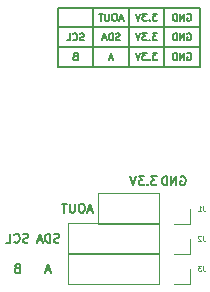
<source format=gbr>
G04 #@! TF.FileFunction,Legend,Bot*
%FSLAX46Y46*%
G04 Gerber Fmt 4.6, Leading zero omitted, Abs format (unit mm)*
G04 Created by KiCad (PCBNEW 4.0.7) date Thursday, June 14, 2018 'PMt' 12:28:10 PM*
%MOMM*%
%LPD*%
G01*
G04 APERTURE LIST*
%ADD10C,0.100000*%
%ADD11C,0.150000*%
%ADD12C,0.200000*%
%ADD13C,0.187500*%
%ADD14C,0.120000*%
G04 APERTURE END LIST*
D10*
D11*
X7214285Y-7738857D02*
X7128571Y-7767429D01*
X6985714Y-7767429D01*
X6928571Y-7738857D01*
X6900000Y-7710286D01*
X6871428Y-7653143D01*
X6871428Y-7596000D01*
X6900000Y-7538857D01*
X6928571Y-7510286D01*
X6985714Y-7481714D01*
X7100000Y-7453143D01*
X7157142Y-7424571D01*
X7185714Y-7396000D01*
X7214285Y-7338857D01*
X7214285Y-7281714D01*
X7185714Y-7224571D01*
X7157142Y-7196000D01*
X7100000Y-7167429D01*
X6957142Y-7167429D01*
X6871428Y-7196000D01*
X6271428Y-7710286D02*
X6299999Y-7738857D01*
X6385713Y-7767429D01*
X6442856Y-7767429D01*
X6528571Y-7738857D01*
X6585713Y-7681714D01*
X6614285Y-7624571D01*
X6642856Y-7510286D01*
X6642856Y-7424571D01*
X6614285Y-7310286D01*
X6585713Y-7253143D01*
X6528571Y-7196000D01*
X6442856Y-7167429D01*
X6385713Y-7167429D01*
X6299999Y-7196000D01*
X6271428Y-7224571D01*
X5728571Y-7767429D02*
X6014285Y-7767429D01*
X6014285Y-7167429D01*
X6457143Y-9113143D02*
X6371429Y-9141714D01*
X6342857Y-9170286D01*
X6314286Y-9227429D01*
X6314286Y-9313143D01*
X6342857Y-9370286D01*
X6371429Y-9398857D01*
X6428571Y-9427429D01*
X6657143Y-9427429D01*
X6657143Y-8827429D01*
X6457143Y-8827429D01*
X6400000Y-8856000D01*
X6371429Y-8884571D01*
X6342857Y-8941714D01*
X6342857Y-8998857D01*
X6371429Y-9056000D01*
X6400000Y-9084571D01*
X6457143Y-9113143D01*
X6657143Y-9113143D01*
X9642857Y-9256000D02*
X9357143Y-9256000D01*
X9700000Y-9427429D02*
X9500000Y-8827429D01*
X9300000Y-9427429D01*
X10228571Y-7738857D02*
X10142857Y-7767429D01*
X10000000Y-7767429D01*
X9942857Y-7738857D01*
X9914286Y-7710286D01*
X9885714Y-7653143D01*
X9885714Y-7596000D01*
X9914286Y-7538857D01*
X9942857Y-7510286D01*
X10000000Y-7481714D01*
X10114286Y-7453143D01*
X10171428Y-7424571D01*
X10200000Y-7396000D01*
X10228571Y-7338857D01*
X10228571Y-7281714D01*
X10200000Y-7224571D01*
X10171428Y-7196000D01*
X10114286Y-7167429D01*
X9971428Y-7167429D01*
X9885714Y-7196000D01*
X9628571Y-7767429D02*
X9628571Y-7167429D01*
X9485714Y-7167429D01*
X9399999Y-7196000D01*
X9342857Y-7253143D01*
X9314285Y-7310286D01*
X9285714Y-7424571D01*
X9285714Y-7510286D01*
X9314285Y-7624571D01*
X9342857Y-7681714D01*
X9399999Y-7738857D01*
X9485714Y-7767429D01*
X9628571Y-7767429D01*
X9057142Y-7596000D02*
X8771428Y-7596000D01*
X9114285Y-7767429D02*
X8914285Y-7167429D01*
X8714285Y-7767429D01*
X10499999Y-5930000D02*
X10214285Y-5930000D01*
X10557142Y-6101429D02*
X10357142Y-5501429D01*
X10157142Y-6101429D01*
X9842856Y-5501429D02*
X9728570Y-5501429D01*
X9671428Y-5530000D01*
X9614285Y-5587143D01*
X9585713Y-5701429D01*
X9585713Y-5901429D01*
X9614285Y-6015714D01*
X9671428Y-6072857D01*
X9728570Y-6101429D01*
X9842856Y-6101429D01*
X9899999Y-6072857D01*
X9957142Y-6015714D01*
X9985713Y-5901429D01*
X9985713Y-5701429D01*
X9957142Y-5587143D01*
X9899999Y-5530000D01*
X9842856Y-5501429D01*
X9328571Y-5501429D02*
X9328571Y-5987143D01*
X9299999Y-6044286D01*
X9271428Y-6072857D01*
X9214285Y-6101429D01*
X9099999Y-6101429D01*
X9042857Y-6072857D01*
X9014285Y-6044286D01*
X8985714Y-5987143D01*
X8985714Y-5501429D01*
X8785714Y-5501429D02*
X8442857Y-5501429D01*
X8614286Y-6101429D02*
X8614286Y-5501429D01*
X13385715Y-8827429D02*
X13014286Y-8827429D01*
X13214286Y-9056000D01*
X13128572Y-9056000D01*
X13071429Y-9084571D01*
X13042858Y-9113143D01*
X13014286Y-9170286D01*
X13014286Y-9313143D01*
X13042858Y-9370286D01*
X13071429Y-9398857D01*
X13128572Y-9427429D01*
X13300000Y-9427429D01*
X13357143Y-9398857D01*
X13385715Y-9370286D01*
X12757143Y-9370286D02*
X12728571Y-9398857D01*
X12757143Y-9427429D01*
X12785714Y-9398857D01*
X12757143Y-9370286D01*
X12757143Y-9427429D01*
X12528572Y-8827429D02*
X12157143Y-8827429D01*
X12357143Y-9056000D01*
X12271429Y-9056000D01*
X12214286Y-9084571D01*
X12185715Y-9113143D01*
X12157143Y-9170286D01*
X12157143Y-9313143D01*
X12185715Y-9370286D01*
X12214286Y-9398857D01*
X12271429Y-9427429D01*
X12442857Y-9427429D01*
X12500000Y-9398857D01*
X12528572Y-9370286D01*
X11985714Y-8827429D02*
X11785714Y-9427429D01*
X11585714Y-8827429D01*
X13385715Y-7167429D02*
X13014286Y-7167429D01*
X13214286Y-7396000D01*
X13128572Y-7396000D01*
X13071429Y-7424571D01*
X13042858Y-7453143D01*
X13014286Y-7510286D01*
X13014286Y-7653143D01*
X13042858Y-7710286D01*
X13071429Y-7738857D01*
X13128572Y-7767429D01*
X13300000Y-7767429D01*
X13357143Y-7738857D01*
X13385715Y-7710286D01*
X12757143Y-7710286D02*
X12728571Y-7738857D01*
X12757143Y-7767429D01*
X12785714Y-7738857D01*
X12757143Y-7710286D01*
X12757143Y-7767429D01*
X12528572Y-7167429D02*
X12157143Y-7167429D01*
X12357143Y-7396000D01*
X12271429Y-7396000D01*
X12214286Y-7424571D01*
X12185715Y-7453143D01*
X12157143Y-7510286D01*
X12157143Y-7653143D01*
X12185715Y-7710286D01*
X12214286Y-7738857D01*
X12271429Y-7767429D01*
X12442857Y-7767429D01*
X12500000Y-7738857D01*
X12528572Y-7710286D01*
X11985714Y-7167429D02*
X11785714Y-7767429D01*
X11585714Y-7167429D01*
X13385715Y-5501429D02*
X13014286Y-5501429D01*
X13214286Y-5730000D01*
X13128572Y-5730000D01*
X13071429Y-5758571D01*
X13042858Y-5787143D01*
X13014286Y-5844286D01*
X13014286Y-5987143D01*
X13042858Y-6044286D01*
X13071429Y-6072857D01*
X13128572Y-6101429D01*
X13300000Y-6101429D01*
X13357143Y-6072857D01*
X13385715Y-6044286D01*
X12757143Y-6044286D02*
X12728571Y-6072857D01*
X12757143Y-6101429D01*
X12785714Y-6072857D01*
X12757143Y-6044286D01*
X12757143Y-6101429D01*
X12528572Y-5501429D02*
X12157143Y-5501429D01*
X12357143Y-5730000D01*
X12271429Y-5730000D01*
X12214286Y-5758571D01*
X12185715Y-5787143D01*
X12157143Y-5844286D01*
X12157143Y-5987143D01*
X12185715Y-6044286D01*
X12214286Y-6072857D01*
X12271429Y-6101429D01*
X12442857Y-6101429D01*
X12500000Y-6072857D01*
X12528572Y-6044286D01*
X11985714Y-5501429D02*
X11785714Y-6101429D01*
X11585714Y-5501429D01*
X15957142Y-8856000D02*
X16014285Y-8827429D01*
X16099999Y-8827429D01*
X16185714Y-8856000D01*
X16242856Y-8913143D01*
X16271428Y-8970286D01*
X16299999Y-9084571D01*
X16299999Y-9170286D01*
X16271428Y-9284571D01*
X16242856Y-9341714D01*
X16185714Y-9398857D01*
X16099999Y-9427429D01*
X16042856Y-9427429D01*
X15957142Y-9398857D01*
X15928571Y-9370286D01*
X15928571Y-9170286D01*
X16042856Y-9170286D01*
X15671428Y-9427429D02*
X15671428Y-8827429D01*
X15328571Y-9427429D01*
X15328571Y-8827429D01*
X15042857Y-9427429D02*
X15042857Y-8827429D01*
X14900000Y-8827429D01*
X14814285Y-8856000D01*
X14757143Y-8913143D01*
X14728571Y-8970286D01*
X14700000Y-9084571D01*
X14700000Y-9170286D01*
X14728571Y-9284571D01*
X14757143Y-9341714D01*
X14814285Y-9398857D01*
X14900000Y-9427429D01*
X15042857Y-9427429D01*
X15957142Y-7196000D02*
X16014285Y-7167429D01*
X16099999Y-7167429D01*
X16185714Y-7196000D01*
X16242856Y-7253143D01*
X16271428Y-7310286D01*
X16299999Y-7424571D01*
X16299999Y-7510286D01*
X16271428Y-7624571D01*
X16242856Y-7681714D01*
X16185714Y-7738857D01*
X16099999Y-7767429D01*
X16042856Y-7767429D01*
X15957142Y-7738857D01*
X15928571Y-7710286D01*
X15928571Y-7510286D01*
X16042856Y-7510286D01*
X15671428Y-7767429D02*
X15671428Y-7167429D01*
X15328571Y-7767429D01*
X15328571Y-7167429D01*
X15042857Y-7767429D02*
X15042857Y-7167429D01*
X14900000Y-7167429D01*
X14814285Y-7196000D01*
X14757143Y-7253143D01*
X14728571Y-7310286D01*
X14700000Y-7424571D01*
X14700000Y-7510286D01*
X14728571Y-7624571D01*
X14757143Y-7681714D01*
X14814285Y-7738857D01*
X14900000Y-7767429D01*
X15042857Y-7767429D01*
X15957142Y-5530000D02*
X16014285Y-5501429D01*
X16099999Y-5501429D01*
X16185714Y-5530000D01*
X16242856Y-5587143D01*
X16271428Y-5644286D01*
X16299999Y-5758571D01*
X16299999Y-5844286D01*
X16271428Y-5958571D01*
X16242856Y-6015714D01*
X16185714Y-6072857D01*
X16099999Y-6101429D01*
X16042856Y-6101429D01*
X15957142Y-6072857D01*
X15928571Y-6044286D01*
X15928571Y-5844286D01*
X16042856Y-5844286D01*
X15671428Y-6101429D02*
X15671428Y-5501429D01*
X15328571Y-6101429D01*
X15328571Y-5501429D01*
X15042857Y-6101429D02*
X15042857Y-5501429D01*
X14900000Y-5501429D01*
X14814285Y-5530000D01*
X14757143Y-5587143D01*
X14728571Y-5644286D01*
X14700000Y-5758571D01*
X14700000Y-5844286D01*
X14728571Y-5958571D01*
X14757143Y-6015714D01*
X14814285Y-6072857D01*
X14900000Y-6101429D01*
X15042857Y-6101429D01*
D12*
X5000000Y-8326000D02*
X17000000Y-8326000D01*
X5000000Y-6666000D02*
X17000000Y-6666000D01*
X14000000Y-5000000D02*
X14000000Y-10000000D01*
X11000000Y-5000000D02*
X11000000Y-10000000D01*
X8000000Y-5000000D02*
X8000000Y-10000000D01*
X5000000Y-5000000D02*
X17000000Y-5000000D01*
X17000000Y-5000000D02*
X17000000Y-10000000D01*
X5000000Y-10000000D02*
X17000000Y-10000000D01*
X5000000Y-5000000D02*
X5000000Y-10000000D01*
D13*
X1521429Y-27046429D02*
X1414286Y-27082143D01*
X1378571Y-27117857D01*
X1342857Y-27189286D01*
X1342857Y-27296429D01*
X1378571Y-27367857D01*
X1414286Y-27403571D01*
X1485714Y-27439286D01*
X1771429Y-27439286D01*
X1771429Y-26689286D01*
X1521429Y-26689286D01*
X1450000Y-26725000D01*
X1414286Y-26760714D01*
X1378571Y-26832143D01*
X1378571Y-26903571D01*
X1414286Y-26975000D01*
X1450000Y-27010714D01*
X1521429Y-27046429D01*
X1771429Y-27046429D01*
X4353571Y-27225000D02*
X3996428Y-27225000D01*
X4424999Y-27439286D02*
X4174999Y-26689286D01*
X3924999Y-27439286D01*
X2467857Y-24863571D02*
X2360714Y-24899286D01*
X2182143Y-24899286D01*
X2110714Y-24863571D01*
X2075000Y-24827857D01*
X2039285Y-24756429D01*
X2039285Y-24685000D01*
X2075000Y-24613571D01*
X2110714Y-24577857D01*
X2182143Y-24542143D01*
X2325000Y-24506429D01*
X2396428Y-24470714D01*
X2432143Y-24435000D01*
X2467857Y-24363571D01*
X2467857Y-24292143D01*
X2432143Y-24220714D01*
X2396428Y-24185000D01*
X2325000Y-24149286D01*
X2146428Y-24149286D01*
X2039285Y-24185000D01*
X1289285Y-24827857D02*
X1324999Y-24863571D01*
X1432142Y-24899286D01*
X1503571Y-24899286D01*
X1610714Y-24863571D01*
X1682142Y-24792143D01*
X1717857Y-24720714D01*
X1753571Y-24577857D01*
X1753571Y-24470714D01*
X1717857Y-24327857D01*
X1682142Y-24256429D01*
X1610714Y-24185000D01*
X1503571Y-24149286D01*
X1432142Y-24149286D01*
X1324999Y-24185000D01*
X1289285Y-24220714D01*
X610714Y-24899286D02*
X967857Y-24899286D01*
X967857Y-24149286D01*
X5085714Y-24863571D02*
X4978571Y-24899286D01*
X4800000Y-24899286D01*
X4728571Y-24863571D01*
X4692857Y-24827857D01*
X4657142Y-24756429D01*
X4657142Y-24685000D01*
X4692857Y-24613571D01*
X4728571Y-24577857D01*
X4800000Y-24542143D01*
X4942857Y-24506429D01*
X5014285Y-24470714D01*
X5050000Y-24435000D01*
X5085714Y-24363571D01*
X5085714Y-24292143D01*
X5050000Y-24220714D01*
X5014285Y-24185000D01*
X4942857Y-24149286D01*
X4764285Y-24149286D01*
X4657142Y-24185000D01*
X4335714Y-24899286D02*
X4335714Y-24149286D01*
X4157142Y-24149286D01*
X4049999Y-24185000D01*
X3978571Y-24256429D01*
X3942856Y-24327857D01*
X3907142Y-24470714D01*
X3907142Y-24577857D01*
X3942856Y-24720714D01*
X3978571Y-24792143D01*
X4049999Y-24863571D01*
X4157142Y-24899286D01*
X4335714Y-24899286D01*
X3621428Y-24685000D02*
X3264285Y-24685000D01*
X3692856Y-24899286D02*
X3442856Y-24149286D01*
X3192856Y-24899286D01*
X7900000Y-22145000D02*
X7542857Y-22145000D01*
X7971428Y-22359286D02*
X7721428Y-21609286D01*
X7471428Y-22359286D01*
X7078571Y-21609286D02*
X6935714Y-21609286D01*
X6864286Y-21645000D01*
X6792857Y-21716429D01*
X6757143Y-21859286D01*
X6757143Y-22109286D01*
X6792857Y-22252143D01*
X6864286Y-22323571D01*
X6935714Y-22359286D01*
X7078571Y-22359286D01*
X7150000Y-22323571D01*
X7221429Y-22252143D01*
X7257143Y-22109286D01*
X7257143Y-21859286D01*
X7221429Y-21716429D01*
X7150000Y-21645000D01*
X7078571Y-21609286D01*
X6435715Y-21609286D02*
X6435715Y-22216429D01*
X6400000Y-22287857D01*
X6364286Y-22323571D01*
X6292857Y-22359286D01*
X6150000Y-22359286D01*
X6078572Y-22323571D01*
X6042857Y-22287857D01*
X6007143Y-22216429D01*
X6007143Y-21609286D01*
X5757143Y-21609286D02*
X5328572Y-21609286D01*
X5542858Y-22359286D02*
X5542858Y-21609286D01*
X13377143Y-19289286D02*
X12912857Y-19289286D01*
X13162857Y-19575000D01*
X13055715Y-19575000D01*
X12984286Y-19610714D01*
X12948572Y-19646429D01*
X12912857Y-19717857D01*
X12912857Y-19896429D01*
X12948572Y-19967857D01*
X12984286Y-20003571D01*
X13055715Y-20039286D01*
X13270000Y-20039286D01*
X13341429Y-20003571D01*
X13377143Y-19967857D01*
X12591429Y-19967857D02*
X12555714Y-20003571D01*
X12591429Y-20039286D01*
X12627143Y-20003571D01*
X12591429Y-19967857D01*
X12591429Y-20039286D01*
X12305714Y-19289286D02*
X11841428Y-19289286D01*
X12091428Y-19575000D01*
X11984286Y-19575000D01*
X11912857Y-19610714D01*
X11877143Y-19646429D01*
X11841428Y-19717857D01*
X11841428Y-19896429D01*
X11877143Y-19967857D01*
X11912857Y-20003571D01*
X11984286Y-20039286D01*
X12198571Y-20039286D01*
X12270000Y-20003571D01*
X12305714Y-19967857D01*
X11627142Y-19289286D02*
X11377142Y-20039286D01*
X11127142Y-19289286D01*
X15381428Y-19325000D02*
X15452857Y-19289286D01*
X15560000Y-19289286D01*
X15667143Y-19325000D01*
X15738571Y-19396429D01*
X15774286Y-19467857D01*
X15810000Y-19610714D01*
X15810000Y-19717857D01*
X15774286Y-19860714D01*
X15738571Y-19932143D01*
X15667143Y-20003571D01*
X15560000Y-20039286D01*
X15488571Y-20039286D01*
X15381428Y-20003571D01*
X15345714Y-19967857D01*
X15345714Y-19717857D01*
X15488571Y-19717857D01*
X15024286Y-20039286D02*
X15024286Y-19289286D01*
X14595714Y-20039286D01*
X14595714Y-19289286D01*
X14238572Y-20039286D02*
X14238572Y-19289286D01*
X14060000Y-19289286D01*
X13952857Y-19325000D01*
X13881429Y-19396429D01*
X13845714Y-19467857D01*
X13810000Y-19610714D01*
X13810000Y-19717857D01*
X13845714Y-19860714D01*
X13881429Y-19932143D01*
X13952857Y-20003571D01*
X14060000Y-20039286D01*
X14238572Y-20039286D01*
D14*
X8400000Y-23350000D02*
X8400000Y-20690000D01*
X13540000Y-23350000D02*
X8400000Y-23350000D01*
X13540000Y-20690000D02*
X8400000Y-20690000D01*
X13540000Y-23350000D02*
X13540000Y-20690000D01*
X14810000Y-23350000D02*
X16140000Y-23350000D01*
X16140000Y-23350000D02*
X16140000Y-22020000D01*
X5860000Y-25890000D02*
X5860000Y-23230000D01*
X13540000Y-25890000D02*
X5860000Y-25890000D01*
X13540000Y-23230000D02*
X5860000Y-23230000D01*
X13540000Y-25890000D02*
X13540000Y-23230000D01*
X14810000Y-25890000D02*
X16140000Y-25890000D01*
X16140000Y-25890000D02*
X16140000Y-24560000D01*
X5860000Y-28430000D02*
X5860000Y-25770000D01*
X13540000Y-28430000D02*
X5860000Y-28430000D01*
X13540000Y-25770000D02*
X5860000Y-25770000D01*
X13540000Y-28430000D02*
X13540000Y-25770000D01*
X14810000Y-28430000D02*
X16140000Y-28430000D01*
X16140000Y-28430000D02*
X16140000Y-27100000D01*
D10*
X17273333Y-21800952D02*
X17273333Y-22086667D01*
X17292381Y-22143810D01*
X17330476Y-22181905D01*
X17387619Y-22200952D01*
X17425714Y-22200952D01*
X16873333Y-22200952D02*
X17101905Y-22200952D01*
X16987619Y-22200952D02*
X16987619Y-21800952D01*
X17025714Y-21858095D01*
X17063809Y-21896190D01*
X17101905Y-21915238D01*
X17273333Y-24340952D02*
X17273333Y-24626667D01*
X17292381Y-24683810D01*
X17330476Y-24721905D01*
X17387619Y-24740952D01*
X17425714Y-24740952D01*
X17101905Y-24379048D02*
X17082857Y-24360000D01*
X17044762Y-24340952D01*
X16949524Y-24340952D01*
X16911428Y-24360000D01*
X16892381Y-24379048D01*
X16873333Y-24417143D01*
X16873333Y-24455238D01*
X16892381Y-24512381D01*
X17120952Y-24740952D01*
X16873333Y-24740952D01*
X17273333Y-26880952D02*
X17273333Y-27166667D01*
X17292381Y-27223810D01*
X17330476Y-27261905D01*
X17387619Y-27280952D01*
X17425714Y-27280952D01*
X17120952Y-26880952D02*
X16873333Y-26880952D01*
X17006666Y-27033333D01*
X16949524Y-27033333D01*
X16911428Y-27052381D01*
X16892381Y-27071429D01*
X16873333Y-27109524D01*
X16873333Y-27204762D01*
X16892381Y-27242857D01*
X16911428Y-27261905D01*
X16949524Y-27280952D01*
X17063809Y-27280952D01*
X17101905Y-27261905D01*
X17120952Y-27242857D01*
M02*

</source>
